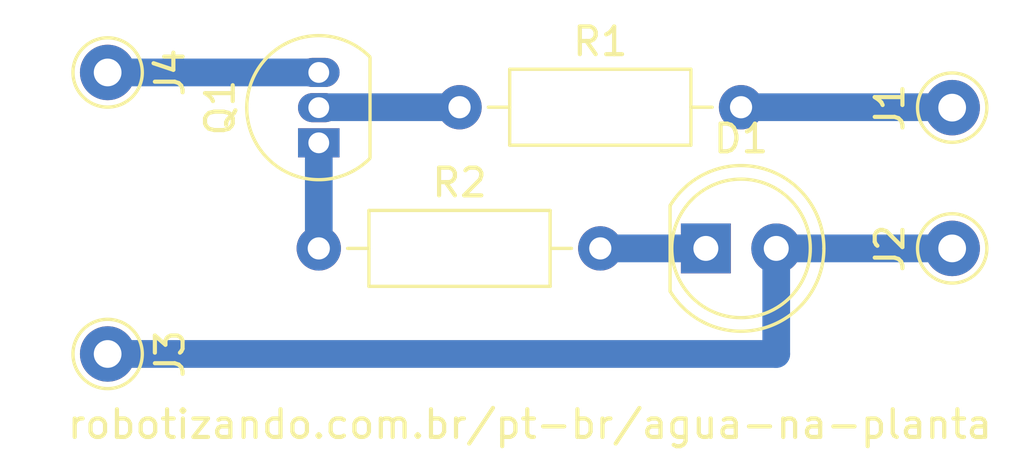
<source format=kicad_pcb>
(kicad_pcb (version 20171130) (host pcbnew 5.1.10-88a1d61d58~90~ubuntu20.04.1)

  (general
    (thickness 1.6)
    (drawings 7)
    (tracks 10)
    (zones 0)
    (modules 8)
    (nets 7)
  )

  (page A4)
  (layers
    (0 F.Cu signal)
    (31 B.Cu signal)
    (32 B.Adhes user)
    (33 F.Adhes user)
    (34 B.Paste user hide)
    (35 F.Paste user)
    (36 B.SilkS user hide)
    (37 F.SilkS user)
    (38 B.Mask user hide)
    (39 F.Mask user hide)
    (40 Dwgs.User user)
    (41 Cmts.User user hide)
    (42 Eco1.User user hide)
    (43 Eco2.User user hide)
    (44 Edge.Cuts user hide)
    (45 Margin user hide)
    (46 B.CrtYd user hide)
    (47 F.CrtYd user hide)
    (48 B.Fab user hide)
    (49 F.Fab user hide)
  )

  (setup
    (last_trace_width 1)
    (user_trace_width 1)
    (user_trace_width 3)
    (trace_clearance 0.2)
    (zone_clearance 0.508)
    (zone_45_only no)
    (trace_min 0.2)
    (via_size 0.8)
    (via_drill 0.4)
    (via_min_size 0.4)
    (via_min_drill 0.3)
    (uvia_size 0.3)
    (uvia_drill 0.1)
    (uvias_allowed no)
    (uvia_min_size 0.2)
    (uvia_min_drill 0.1)
    (edge_width 0.05)
    (segment_width 0.2)
    (pcb_text_width 0.3)
    (pcb_text_size 1.5 1.5)
    (mod_edge_width 0.12)
    (mod_text_size 1 1)
    (mod_text_width 0.15)
    (pad_size 1.524 1.524)
    (pad_drill 0.762)
    (pad_to_mask_clearance 0)
    (aux_axis_origin 0 0)
    (visible_elements FFFFFF7F)
    (pcbplotparams
      (layerselection 0x010fc_ffffffff)
      (usegerberextensions false)
      (usegerberattributes true)
      (usegerberadvancedattributes true)
      (creategerberjobfile true)
      (excludeedgelayer true)
      (linewidth 0.100000)
      (plotframeref false)
      (viasonmask false)
      (mode 1)
      (useauxorigin false)
      (hpglpennumber 1)
      (hpglpenspeed 20)
      (hpglpendiameter 15.000000)
      (psnegative false)
      (psa4output false)
      (plotreference true)
      (plotvalue true)
      (plotinvisibletext false)
      (padsonsilk false)
      (subtractmaskfromsilk false)
      (outputformat 1)
      (mirror false)
      (drillshape 1)
      (scaleselection 1)
      (outputdirectory ""))
  )

  (net 0 "")
  (net 1 "Net-(Q1-Pad2)")
  (net 2 GND)
  (net 3 "Net-(Q1-Pad1)")
  (net 4 +3V0)
  (net 5 "Net-(D1-Pad1)")
  (net 6 "Net-(J1-Pad1)")

  (net_class Default "This is the default net class."
    (clearance 0.2)
    (trace_width 0.25)
    (via_dia 0.8)
    (via_drill 0.4)
    (uvia_dia 0.3)
    (uvia_drill 0.1)
    (add_net +3V0)
    (add_net GND)
    (add_net "Net-(D1-Pad1)")
    (add_net "Net-(J1-Pad1)")
    (add_net "Net-(Q1-Pad1)")
    (add_net "Net-(Q1-Pad2)")
  )

  (module Connector_Pin:Pin_D1.0mm_L10.0mm (layer F.Cu) (tedit 5A1DC084) (tstamp 613A559E)
    (at 82.55 -55.88 90)
    (descr "solder Pin_ diameter 1.0mm, hole diameter 1.0mm (press fit), length 10.0mm")
    (tags "solder Pin_ press fit")
    (path /613B64B4)
    (fp_text reference J4 (at 0 2.25 90) (layer F.SilkS)
      (effects (font (size 1 1) (thickness 0.15)))
    )
    (fp_text value Conn_01x01_MountingPin (at 0 -2.05 90) (layer F.Fab)
      (effects (font (size 1 1) (thickness 0.15)))
    )
    (fp_circle (center 0 0) (end 1.25 0.05) (layer F.SilkS) (width 0.12))
    (fp_circle (center 0 0) (end 1 0) (layer F.Fab) (width 0.12))
    (fp_circle (center 0 0) (end 0.5 0) (layer F.Fab) (width 0.12))
    (fp_circle (center 0 0) (end 1.5 0) (layer F.CrtYd) (width 0.05))
    (fp_text user %R (at 0 2.25 90) (layer F.Fab)
      (effects (font (size 1 1) (thickness 0.15)))
    )
    (pad 1 thru_hole circle (at 0 0 90) (size 2 2) (drill 1) (layers *.Cu *.Mask)
      (net 2 GND))
    (model ${KISYS3DMOD}/Connector_Pin.3dshapes/Pin_D1.0mm_L10.0mm.wrl
      (at (xyz 0 0 0))
      (scale (xyz 1 1 1))
      (rotate (xyz 0 0 0))
    )
  )

  (module Connector_Pin:Pin_D1.0mm_L10.0mm (layer F.Cu) (tedit 5A1DC084) (tstamp 613A5594)
    (at 82.55 -45.72 90)
    (descr "solder Pin_ diameter 1.0mm, hole diameter 1.0mm (press fit), length 10.0mm")
    (tags "solder Pin_ press fit")
    (path /613B58E8)
    (fp_text reference J3 (at 0 2.25 90) (layer F.SilkS)
      (effects (font (size 1 1) (thickness 0.15)))
    )
    (fp_text value Conn_01x01_MountingPin (at 0 -2.05 90) (layer F.Fab)
      (effects (font (size 1 1) (thickness 0.15)))
    )
    (fp_circle (center 0 0) (end 1.25 0.05) (layer F.SilkS) (width 0.12))
    (fp_circle (center 0 0) (end 1 0) (layer F.Fab) (width 0.12))
    (fp_circle (center 0 0) (end 0.5 0) (layer F.Fab) (width 0.12))
    (fp_circle (center 0 0) (end 1.5 0) (layer F.CrtYd) (width 0.05))
    (fp_text user %R (at 0 2.25 90) (layer F.Fab)
      (effects (font (size 1 1) (thickness 0.15)))
    )
    (pad 1 thru_hole circle (at 0 0 90) (size 2 2) (drill 1) (layers *.Cu *.Mask)
      (net 4 +3V0))
    (model ${KISYS3DMOD}/Connector_Pin.3dshapes/Pin_D1.0mm_L10.0mm.wrl
      (at (xyz 0 0 0))
      (scale (xyz 1 1 1))
      (rotate (xyz 0 0 0))
    )
  )

  (module Connector_Pin:Pin_D1.0mm_L10.0mm (layer F.Cu) (tedit 5A1DC084) (tstamp 613A53AE)
    (at 113.03 -49.53 270)
    (descr "solder Pin_ diameter 1.0mm, hole diameter 1.0mm (press fit), length 10.0mm")
    (tags "solder Pin_ press fit")
    (path /613ACA29)
    (fp_text reference J2 (at 0 2.25 90) (layer F.SilkS)
      (effects (font (size 1 1) (thickness 0.15)))
    )
    (fp_text value Conn_01x01_MountingPin (at 0 -2.05 90) (layer F.Fab)
      (effects (font (size 1 1) (thickness 0.15)))
    )
    (fp_circle (center 0 0) (end 1.25 0.05) (layer F.SilkS) (width 0.12))
    (fp_circle (center 0 0) (end 1 0) (layer F.Fab) (width 0.12))
    (fp_circle (center 0 0) (end 0.5 0) (layer F.Fab) (width 0.12))
    (fp_circle (center 0 0) (end 1.5 0) (layer F.CrtYd) (width 0.05))
    (fp_text user %R (at 0 2.25 90) (layer F.Fab)
      (effects (font (size 1 1) (thickness 0.15)))
    )
    (pad 1 thru_hole circle (at 0 0 270) (size 2 2) (drill 1) (layers *.Cu *.Mask)
      (net 4 +3V0))
    (model ${KISYS3DMOD}/Connector_Pin.3dshapes/Pin_D1.0mm_L10.0mm.wrl
      (at (xyz 0 0 0))
      (scale (xyz 1 1 1))
      (rotate (xyz 0 0 0))
    )
  )

  (module Connector_Pin:Pin_D1.0mm_L10.0mm (layer F.Cu) (tedit 5A1DC084) (tstamp 613A53A4)
    (at 113.03 -54.61 270)
    (descr "solder Pin_ diameter 1.0mm, hole diameter 1.0mm (press fit), length 10.0mm")
    (tags "solder Pin_ press fit")
    (path /613A8284)
    (fp_text reference J1 (at 0 2.25 90) (layer F.SilkS)
      (effects (font (size 1 1) (thickness 0.15)))
    )
    (fp_text value Conn_01x01_MountingPin (at 0 -2.05 90) (layer F.Fab)
      (effects (font (size 1 1) (thickness 0.15)))
    )
    (fp_circle (center 0 0) (end 1.25 0.05) (layer F.SilkS) (width 0.12))
    (fp_circle (center 0 0) (end 1 0) (layer F.Fab) (width 0.12))
    (fp_circle (center 0 0) (end 0.5 0) (layer F.Fab) (width 0.12))
    (fp_circle (center 0 0) (end 1.5 0) (layer F.CrtYd) (width 0.05))
    (fp_text user %R (at 0 2.25 90) (layer F.Fab)
      (effects (font (size 1 1) (thickness 0.15)))
    )
    (pad 1 thru_hole circle (at 0 0 270) (size 2 2) (drill 1) (layers *.Cu *.Mask)
      (net 6 "Net-(J1-Pad1)"))
    (model ${KISYS3DMOD}/Connector_Pin.3dshapes/Pin_D1.0mm_L10.0mm.wrl
      (at (xyz 0 0 0))
      (scale (xyz 1 1 1))
      (rotate (xyz 0 0 0))
    )
  )

  (module Resistor_THT:R_Axial_DIN0207_L6.3mm_D2.5mm_P10.16mm_Horizontal (layer F.Cu) (tedit 5AE5139B) (tstamp 613A48F1)
    (at 90.17 -49.53)
    (descr "Resistor, Axial_DIN0207 series, Axial, Horizontal, pin pitch=10.16mm, 0.25W = 1/4W, length*diameter=6.3*2.5mm^2, http://cdn-reichelt.de/documents/datenblatt/B400/1_4W%23YAG.pdf")
    (tags "Resistor Axial_DIN0207 series Axial Horizontal pin pitch 10.16mm 0.25W = 1/4W length 6.3mm diameter 2.5mm")
    (path /61270D9B)
    (fp_text reference R2 (at 5.08 -2.37) (layer F.SilkS)
      (effects (font (size 1 1) (thickness 0.15)))
    )
    (fp_text value R (at 5.08 2.37) (layer F.Fab)
      (effects (font (size 1 1) (thickness 0.15)))
    )
    (fp_line (start 11.21 -1.5) (end -1.05 -1.5) (layer F.CrtYd) (width 0.05))
    (fp_line (start 11.21 1.5) (end 11.21 -1.5) (layer F.CrtYd) (width 0.05))
    (fp_line (start -1.05 1.5) (end 11.21 1.5) (layer F.CrtYd) (width 0.05))
    (fp_line (start -1.05 -1.5) (end -1.05 1.5) (layer F.CrtYd) (width 0.05))
    (fp_line (start 9.12 0) (end 8.35 0) (layer F.SilkS) (width 0.12))
    (fp_line (start 1.04 0) (end 1.81 0) (layer F.SilkS) (width 0.12))
    (fp_line (start 8.35 -1.37) (end 1.81 -1.37) (layer F.SilkS) (width 0.12))
    (fp_line (start 8.35 1.37) (end 8.35 -1.37) (layer F.SilkS) (width 0.12))
    (fp_line (start 1.81 1.37) (end 8.35 1.37) (layer F.SilkS) (width 0.12))
    (fp_line (start 1.81 -1.37) (end 1.81 1.37) (layer F.SilkS) (width 0.12))
    (fp_line (start 10.16 0) (end 8.23 0) (layer F.Fab) (width 0.1))
    (fp_line (start 0 0) (end 1.93 0) (layer F.Fab) (width 0.1))
    (fp_line (start 8.23 -1.25) (end 1.93 -1.25) (layer F.Fab) (width 0.1))
    (fp_line (start 8.23 1.25) (end 8.23 -1.25) (layer F.Fab) (width 0.1))
    (fp_line (start 1.93 1.25) (end 8.23 1.25) (layer F.Fab) (width 0.1))
    (fp_line (start 1.93 -1.25) (end 1.93 1.25) (layer F.Fab) (width 0.1))
    (fp_text user %R (at 4.874999 0.314999) (layer F.Fab)
      (effects (font (size 1 1) (thickness 0.15)))
    )
    (pad 2 thru_hole oval (at 10.16 0) (size 1.6 1.6) (drill 0.8) (layers *.Cu *.Mask)
      (net 5 "Net-(D1-Pad1)"))
    (pad 1 thru_hole circle (at 0 0) (size 1.6 1.6) (drill 0.8) (layers *.Cu *.Mask)
      (net 3 "Net-(Q1-Pad1)"))
    (model ${KISYS3DMOD}/Resistor_THT.3dshapes/R_Axial_DIN0207_L6.3mm_D2.5mm_P10.16mm_Horizontal.wrl
      (at (xyz 0 0 0))
      (scale (xyz 1 1 1))
      (rotate (xyz 0 0 0))
    )
  )

  (module Resistor_THT:R_Axial_DIN0207_L6.3mm_D2.5mm_P10.16mm_Horizontal (layer F.Cu) (tedit 5AE5139B) (tstamp 613A48DA)
    (at 95.25 -54.624999)
    (descr "Resistor, Axial_DIN0207 series, Axial, Horizontal, pin pitch=10.16mm, 0.25W = 1/4W, length*diameter=6.3*2.5mm^2, http://cdn-reichelt.de/documents/datenblatt/B400/1_4W%23YAG.pdf")
    (tags "Resistor Axial_DIN0207 series Axial Horizontal pin pitch 10.16mm 0.25W = 1/4W length 6.3mm diameter 2.5mm")
    (path /6127AA25)
    (fp_text reference R1 (at 5.08 -2.37) (layer F.SilkS)
      (effects (font (size 1 1) (thickness 0.15)))
    )
    (fp_text value R (at 5.08 2.37) (layer F.Fab)
      (effects (font (size 1 1) (thickness 0.15)))
    )
    (fp_line (start 11.21 -1.5) (end -1.05 -1.5) (layer F.CrtYd) (width 0.05))
    (fp_line (start 11.21 1.5) (end 11.21 -1.5) (layer F.CrtYd) (width 0.05))
    (fp_line (start -1.05 1.5) (end 11.21 1.5) (layer F.CrtYd) (width 0.05))
    (fp_line (start -1.05 -1.5) (end -1.05 1.5) (layer F.CrtYd) (width 0.05))
    (fp_line (start 9.12 0) (end 8.35 0) (layer F.SilkS) (width 0.12))
    (fp_line (start 1.04 0) (end 1.81 0) (layer F.SilkS) (width 0.12))
    (fp_line (start 8.35 -1.37) (end 1.81 -1.37) (layer F.SilkS) (width 0.12))
    (fp_line (start 8.35 1.37) (end 8.35 -1.37) (layer F.SilkS) (width 0.12))
    (fp_line (start 1.81 1.37) (end 8.35 1.37) (layer F.SilkS) (width 0.12))
    (fp_line (start 1.81 -1.37) (end 1.81 1.37) (layer F.SilkS) (width 0.12))
    (fp_line (start 10.16 0) (end 8.23 0) (layer F.Fab) (width 0.1))
    (fp_line (start 0 0) (end 1.93 0) (layer F.Fab) (width 0.1))
    (fp_line (start 8.23 -1.25) (end 1.93 -1.25) (layer F.Fab) (width 0.1))
    (fp_line (start 8.23 1.25) (end 8.23 -1.25) (layer F.Fab) (width 0.1))
    (fp_line (start 1.93 1.25) (end 8.23 1.25) (layer F.Fab) (width 0.1))
    (fp_line (start 1.93 -1.25) (end 1.93 1.25) (layer F.Fab) (width 0.1))
    (fp_text user %R (at 5.08 0) (layer F.Fab)
      (effects (font (size 1 1) (thickness 0.15)))
    )
    (pad 2 thru_hole oval (at 10.16 0) (size 1.6 1.6) (drill 0.8) (layers *.Cu *.Mask)
      (net 6 "Net-(J1-Pad1)"))
    (pad 1 thru_hole circle (at 0 0) (size 1.6 1.6) (drill 0.8) (layers *.Cu *.Mask)
      (net 1 "Net-(Q1-Pad2)"))
    (model ${KISYS3DMOD}/Resistor_THT.3dshapes/R_Axial_DIN0207_L6.3mm_D2.5mm_P10.16mm_Horizontal.wrl
      (at (xyz 0 0 0))
      (scale (xyz 1 1 1))
      (rotate (xyz 0 0 0))
    )
  )

  (module LED_THT:LED_D5.0mm (layer F.Cu) (tedit 5995936A) (tstamp 613A48A1)
    (at 104.14 -49.53)
    (descr "LED, diameter 5.0mm, 2 pins, http://cdn-reichelt.de/documents/datenblatt/A500/LL-504BC2E-009.pdf")
    (tags "LED diameter 5.0mm 2 pins")
    (path /61271D4C)
    (fp_text reference D1 (at 1.27 -3.96) (layer F.SilkS)
      (effects (font (size 1 1) (thickness 0.15)))
    )
    (fp_text value LED (at 1.27 3.96) (layer F.Fab)
      (effects (font (size 1 1) (thickness 0.15)))
    )
    (fp_line (start 4.5 -3.25) (end -1.95 -3.25) (layer F.CrtYd) (width 0.05))
    (fp_line (start 4.5 3.25) (end 4.5 -3.25) (layer F.CrtYd) (width 0.05))
    (fp_line (start -1.95 3.25) (end 4.5 3.25) (layer F.CrtYd) (width 0.05))
    (fp_line (start -1.95 -3.25) (end -1.95 3.25) (layer F.CrtYd) (width 0.05))
    (fp_line (start -1.29 -1.545) (end -1.29 1.545) (layer F.SilkS) (width 0.12))
    (fp_line (start -1.23 -1.469694) (end -1.23 1.469694) (layer F.Fab) (width 0.1))
    (fp_circle (center 1.27 0) (end 3.77 0) (layer F.SilkS) (width 0.12))
    (fp_circle (center 1.27 0) (end 3.77 0) (layer F.Fab) (width 0.1))
    (fp_text user %R (at 1.25 0) (layer F.Fab)
      (effects (font (size 0.8 0.8) (thickness 0.2)))
    )
    (fp_arc (start 1.27 0) (end -1.29 1.54483) (angle -148.9) (layer F.SilkS) (width 0.12))
    (fp_arc (start 1.27 0) (end -1.29 -1.54483) (angle 148.9) (layer F.SilkS) (width 0.12))
    (fp_arc (start 1.27 0) (end -1.23 -1.469694) (angle 299.1) (layer F.Fab) (width 0.1))
    (pad 2 thru_hole circle (at 2.54 0) (size 1.8 1.8) (drill 0.9) (layers *.Cu *.Mask)
      (net 4 +3V0))
    (pad 1 thru_hole rect (at 0 0) (size 1.8 1.8) (drill 0.9) (layers *.Cu *.Mask)
      (net 5 "Net-(D1-Pad1)"))
    (model ${KISYS3DMOD}/LED_THT.3dshapes/LED_D5.0mm.wrl
      (at (xyz 0 0 0))
      (scale (xyz 1 1 1))
      (rotate (xyz 0 0 0))
    )
  )

  (module Package_TO_SOT_THT:TO-92_Inline (layer F.Cu) (tedit 5A1DD157) (tstamp 613925E4)
    (at 90.17 -53.34 90)
    (descr "TO-92 leads in-line, narrow, oval pads, drill 0.75mm (see NXP sot054_po.pdf)")
    (tags "to-92 sc-43 sc-43a sot54 PA33 transistor")
    (path /61270029)
    (fp_text reference Q1 (at 1.27 -3.56 90) (layer F.SilkS)
      (effects (font (size 1 1) (thickness 0.15)))
    )
    (fp_text value BC549 (at 1.27 2.79 90) (layer F.Fab)
      (effects (font (size 1 1) (thickness 0.15)))
    )
    (fp_line (start 4 2.01) (end -1.46 2.01) (layer F.CrtYd) (width 0.05))
    (fp_line (start 4 2.01) (end 4 -2.73) (layer F.CrtYd) (width 0.05))
    (fp_line (start -1.46 -2.73) (end -1.46 2.01) (layer F.CrtYd) (width 0.05))
    (fp_line (start -1.46 -2.73) (end 4 -2.73) (layer F.CrtYd) (width 0.05))
    (fp_line (start -0.5 1.75) (end 3 1.75) (layer F.Fab) (width 0.1))
    (fp_line (start -0.53 1.85) (end 3.07 1.85) (layer F.SilkS) (width 0.12))
    (fp_text user %R (at 1.27 0 90) (layer F.Fab)
      (effects (font (size 1 1) (thickness 0.15)))
    )
    (fp_arc (start 1.27 0) (end 1.27 -2.48) (angle 135) (layer F.Fab) (width 0.1))
    (fp_arc (start 1.27 0) (end 1.27 -2.6) (angle -135) (layer F.SilkS) (width 0.12))
    (fp_arc (start 1.27 0) (end 1.27 -2.48) (angle -135) (layer F.Fab) (width 0.1))
    (fp_arc (start 1.27 0) (end 1.27 -2.6) (angle 135) (layer F.SilkS) (width 0.12))
    (pad 2 thru_hole oval (at 1.27 0 90) (size 1.05 1.5) (drill 0.75) (layers *.Cu *.Mask)
      (net 1 "Net-(Q1-Pad2)"))
    (pad 3 thru_hole oval (at 2.54 0 90) (size 1.05 1.5) (drill 0.75) (layers *.Cu *.Mask)
      (net 2 GND))
    (pad 1 thru_hole rect (at 0 0 90) (size 1.05 1.5) (drill 0.75) (layers *.Cu *.Mask)
      (net 3 "Net-(Q1-Pad1)"))
    (model ${KISYS3DMOD}/Package_TO_SOT_THT.3dshapes/TO-92_Inline.wrl
      (at (xyz 0 0 0))
      (scale (xyz 1 1 1))
      (rotate (xyz 0 0 0))
    )
  )

  (gr_text robotizando.com.br/pt-br/agua-na-planta (at 97.79 -43.18) (layer F.SilkS)
    (effects (font (size 1 1) (thickness 0.15)))
  )
  (gr_line (start 78.74 -58.42) (end 80.01 -58.42) (layer Dwgs.User) (width 0.15) (tstamp 614F299B))
  (gr_line (start 78.74 -41.91) (end 78.74 -58.42) (layer Dwgs.User) (width 0.15))
  (gr_line (start 115.57 -41.91) (end 78.74 -41.91) (layer Dwgs.User) (width 0.15))
  (gr_line (start 115.57 -44.45) (end 115.57 -41.91) (layer Dwgs.User) (width 0.15))
  (gr_line (start 115.57 -58.42) (end 115.57 -44.45) (layer Dwgs.User) (width 0.15))
  (gr_line (start 80.01 -58.42) (end 115.57 -58.42) (layer Dwgs.User) (width 0.15))

  (segment (start 90.184999 -54.624999) (end 90.17 -54.61) (width 1) (layer B.Cu) (net 1))
  (segment (start 95.25 -54.624999) (end 90.184999 -54.624999) (width 1) (layer B.Cu) (net 1))
  (segment (start 82.55 -55.88) (end 90.17 -55.88) (width 1) (layer B.Cu) (net 2))
  (segment (start 90.17 -53.34) (end 90.17 -49.53) (width 1) (layer B.Cu) (net 3))
  (segment (start 82.55 -45.72) (end 106.68 -45.72) (width 1) (layer B.Cu) (net 4))
  (segment (start 106.68 -45.72) (end 106.68 -49.53) (width 1) (layer B.Cu) (net 4))
  (segment (start 113.03 -49.53) (end 106.68 -49.53) (width 1) (layer B.Cu) (net 4))
  (segment (start 100.33 -49.53) (end 104.14 -49.53) (width 1) (layer B.Cu) (net 5))
  (segment (start 113.015001 -54.624999) (end 113.03 -54.61) (width 1) (layer B.Cu) (net 6))
  (segment (start 105.41 -54.624999) (end 113.015001 -54.624999) (width 1) (layer B.Cu) (net 6))

)

</source>
